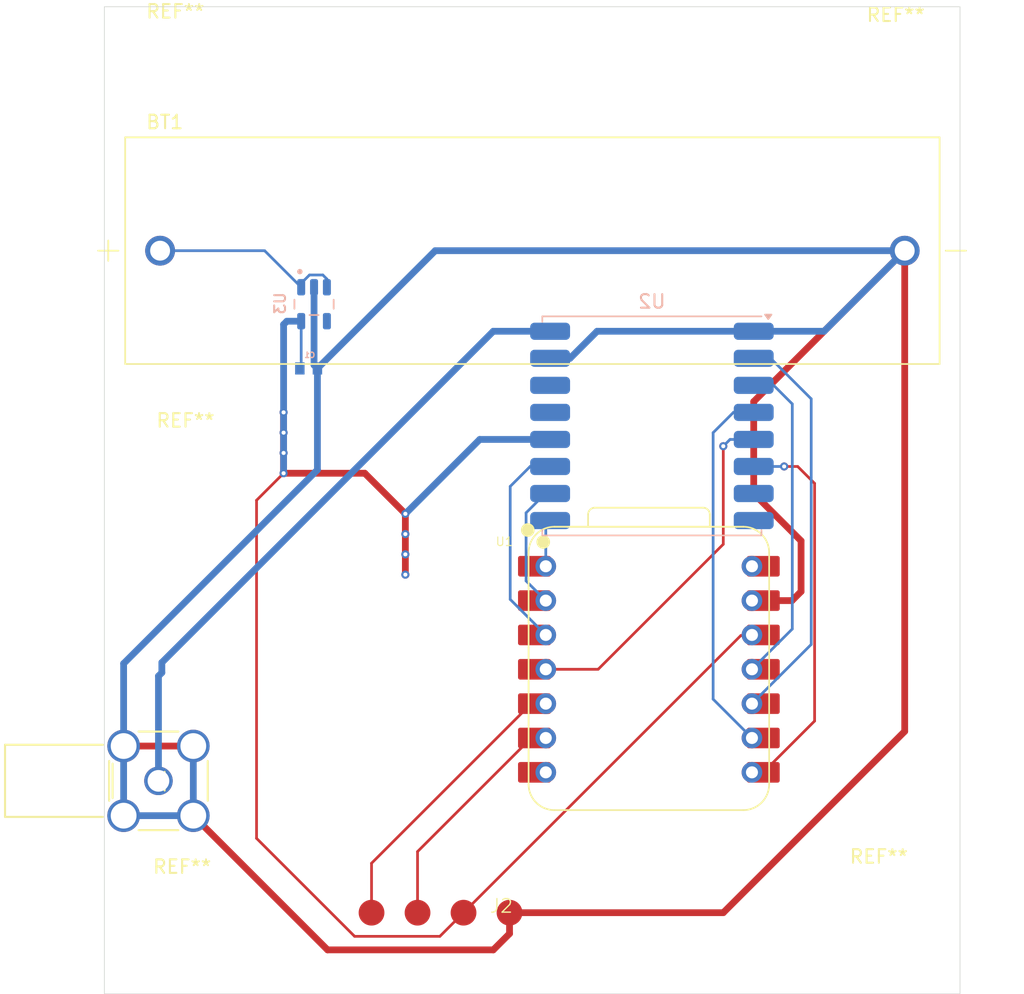
<source format=kicad_pcb>
(kicad_pcb (version 20241229) (generator "pcbnew") (generator_version "9.0")
  (layers (0 "F.Cu" signal) (2 "B.Cu" signal) (13 "F.Paste" user) (15 "B.Paste" user) (5 "F.SilkS" user "F.Silkscreen") (7 "B.SilkS" user "B.Silkscreen") (1 "F.Mask" user) (3 "B.Mask" user) (25 "Edge.Cuts" user))
  (net 0 "")
  (net 1 "GND")
  (net 2 "+3.3V")
  (net 3 "/ANT")
  (net 4 "/SCL")
  (net 5 "/SDA")
  (net 6 "/MOSI")
  (net 7 "/NSS")
  (net 9 "/DIO1")
  (net 10 "/DIO2")
  (net 11 "/SCK")
  (net 12 "/DIO0")
  (net 13 "/RESET")
  (net 14 "/MISO")
  (net 18 "/batt+")
  (footprint "4x4testpads:pads" (layer "F.Cu") (at 142.35 128.75)
    (property "Reference" "J2" (at 0 -0.5 0) (layer "F.SilkS") (effects (font (thickness 0.1))))
    (property "Value" "Conn_01x04_Pin")
    (pad "1" smd circle (at -9.6 0) (size 1.905 1.905) (layers "F.Cu" "F.Mask" "F.Paste") (net 5 "/SDA"))
    (pad "2" smd circle (at -6.2 0) (size 1.905 1.905) (layers "F.Cu" "F.Mask" "F.Paste") (net 4 "/SCL"))
    (pad "3" smd circle (at -2.8 0) (size 1.905 1.905) (layers "F.Cu" "F.Mask" "F.Paste") (net 2 "+3.3V"))
    (pad "4" smd circle (at 0.6 0) (size 1.905 1.905) (layers "F.Cu" "F.Mask" "F.Paste") (net 1 "GND"))
  )
  (footprint "MountingHole:MountingHole_3.2mm_M3" (layer "F.Cu") (at 119 96.5)
    (property "Reference" "REF**" (at 0 -4.15 0) (layer "F.SilkS"))
    (property "Value" "MountingHole_3.2mm_M3")
    (pad "" np_thru_hole circle (at 0 0) (size 3.2 3.2) (drill 3.2) (layers "*.Cu" "*.Mask"))
  )
  (footprint "MountingHole:MountingHole_3.2mm_M3" (layer "F.Cu") (at 118.75 129.5)
    (property "Reference" "REF**" (at 0 -4.15 0) (layer "F.SilkS"))
    (property "Value" "MountingHole_3.2mm_M3")
    (pad "" np_thru_hole circle (at 0 0) (size 3.2 3.2) (drill 3.2) (layers "*.Cu" "*.Mask"))
  )
  (footprint "MountingHole:MountingHole_3.2mm_M3" (layer "F.Cu") (at 171.5 66.5)
    (property "Reference" "REF**" (at 0 -4.15 0) (layer "F.SilkS"))
    (property "Value" "MountingHole_3.2mm_M3")
    (pad "" np_thru_hole circle (at 0 0) (size 3.2 3.2) (drill 3.2) (layers "*.Cu" "*.Mask"))
  )
  (footprint "MountingHole:MountingHole_3.2mm_M3" (layer "F.Cu") (at 170.25 128.75)
    (property "Reference" "REF**" (at 0 -4.15 0) (layer "F.SilkS"))
    (property "Value" "MountingHole_3.2mm_M3")
    (pad "" np_thru_hole circle (at 0 0) (size 3.2 3.2) (drill 3.2) (layers "*.Cu" "*.Mask"))
  )
  (footprint "radiocoiaxail:CONN_PCB.SMAFRA_TAL" (layer "F.Cu") (at 117 119 90)
    (property "Reference" "J1" (at 0 0 90) (layer "F.SilkS"))
    (property "Value" "Conn_Coaxial")
    (fp_line (start 2.667 -11.3411) (end -2.667 -11.3411) (stroke (width 0.1524)) (layer "F.SilkS"))
    (fp_line (start -2.667 -11.3411) (end -2.667 -4.11154) (stroke (width 0.1524)) (layer "F.SilkS"))
    (fp_line (start 2.667 -4.11154) (end 2.667 -11.3411) (stroke (width 0.1524)) (layer "F.SilkS"))
    (fp_line (start 1.468345 -3.6449) (end -1.468345 -3.6449) (stroke (width 0.1524)) (layer "F.SilkS"))
    (fp_line (start -1.26976 -3.3909) (end 1.26976 -3.3909) (stroke (width 0.1524)) (layer "F.SilkS"))
    (fp_line (start -3.6449 -1.468447) (end -3.6449 1.468447) (stroke (width 0.1524)) (layer "F.SilkS"))
    (fp_line (start 3.6449 1.468447) (end 3.6449 -1.468447) (stroke (width 0.1524)) (layer "F.SilkS"))
    (fp_line (start -1.468345 3.6449) (end 1.468345 3.6449) (stroke (width 0.1524)) (layer "F.SilkS"))
    (pad "1" thru_hole circle (at 0 0 90) (size 2.1082 2.1082) (drill 1.6002) (layers "*.Cu" "*.Mask") (net 3 "/ANT"))
    (pad "2" thru_hole circle (at -2.575 -2.575052 90) (size 2.413 2.413) (drill 1.905) (layers "*.Cu" "*.Mask") (net 1 "GND"))
    (pad "2" thru_hole circle (at -2.575 2.575052 90) (size 2.413 2.413) (drill 1.905) (layers "*.Cu" "*.Mask") (net 1 "GND"))
    (pad "2" thru_hole circle (at 2.575 -2.575052 90) (size 2.413 2.413) (drill 1.905) (layers "*.Cu" "*.Mask") (net 1 "GND"))
    (pad "2" thru_hole circle (at 2.575 2.575052 90) (size 2.413 2.413) (drill 1.905) (layers "*.Cu" "*.Mask") (net 1 "GND"))
  )
  (footprint "BA1AAPC:BAT_BA1AAPC" (layer "F.Cu") (at 144.641 79.7911)
    (property "Reference" "BT1" (at -27.175 -9.51 0) (layer "F.SilkS"))
    (property "Value" "Battery")
    (fp_line (start -32.1 0) (end -30.6 0) (stroke (width 0.127)) (layer "F.SilkS"))
    (fp_line (start -31.35 0.75) (end -31.35 -0.75) (stroke (width 0.127)) (layer "F.SilkS"))
    (fp_line (start -30.1 -8.38) (end 30.1 -8.38) (stroke (width 0.127)) (layer "F.SilkS"))
    (fp_line (start -30.1 8.38) (end -30.1 -8.38) (stroke (width 0.127)) (layer "F.SilkS"))
    (fp_line (start 30.1 -8.38) (end 30.1 8.38) (stroke (width 0.127)) (layer "F.SilkS"))
    (fp_line (start 30.1 8.38) (end -30.1 8.38) (stroke (width 0.127)) (layer "F.SilkS"))
    (fp_line (start 30.55 0) (end 32.05 0) (stroke (width 0.127)) (layer "F.SilkS"))
    (pad "" np_thru_hole circle (at -28.05 -6.35) (size 1.27 1.27) (drill 1.27) (layers "*.Cu" "*.Mask"))
    (pad "1" thru_hole circle (at -27.52 0) (size 2.205 2.205) (drill 1.47) (layers "*.Cu" "*.Mask") (net 18 "/batt+"))
    (pad "2" thru_hole circle (at 27.52 0) (size 2.205 2.205) (drill 1.47) (layers "*.Cu" "*.Mask") (net 1 "GND"))
  )
  (footprint "xiao:XIAO-RP2040-DIP" (layer "F.Cu") (at 153.25 110.75)
    (property "Reference" "U1" (at -10.685363 -9.442428 0) (layer "F.SilkS") (effects (font (size 0.635 0.635) (thickness 0.079375))))
    (property "Value" "XIAO-RP2040-DIP")
    (fp_line (start -8.89 8.509) (end -8.89 -8.636) (stroke (width 0.127)) (layer "F.SilkS"))
    (fp_line (start -6.985 10.414) (end 6.985 10.414) (stroke (width 0.127)) (layer "F.SilkS"))
    (fp_line (start -4.495 -10.541) (end -4.491272 -11.451272) (stroke (width 0.127)) (layer "F.SilkS"))
    (fp_line (start -3.991272 -11.951) (end 4.004 -11.951) (stroke (width 0.127)) (layer "F.SilkS"))
    (fp_line (start 4.504 -11.451) (end 4.504 -10.541) (stroke (width 0.127)) (layer "F.SilkS"))
    (fp_line (start 6.985 -10.541) (end -6.985 -10.541) (stroke (width 0.1)) (layer "F.SilkS"))
    (fp_line (start 6.985 -10.541) (end -6.985 -10.541) (stroke (width 0.127)) (layer "F.SilkS"))
    (fp_line (start 8.89 8.509) (end 8.89 -8.636) (stroke (width 0.127)) (layer "F.SilkS"))
    (fp_arc (start -8.89 -8.636) (mid -8.332038 -9.983038) (end -6.985 -10.541) (stroke (width 0.127)) (layer "F.SilkS"))
    (fp_arc (start -6.985 10.414) (mid -8.332038 9.856038) (end -8.89 8.509) (stroke (width 0.127)) (layer "F.SilkS"))
    (fp_arc (start -4.491272 -11.451272) (mid -4.344728 -11.80464) (end -3.991272 -11.951) (stroke (width 0.127)) (layer "F.SilkS"))
    (fp_arc (start 4.004 -11.951) (mid 4.357553 -11.804553) (end 4.504 -11.451) (stroke (width 0.127)) (layer "F.SilkS"))
    (fp_arc (start 6.985 -10.541) (mid 8.332038 -9.983038) (end 8.89 -8.636) (stroke (width 0.127)) (layer "F.SilkS"))
    (fp_arc (start 8.89 8.509) (mid 8.332038 9.856038) (end 6.985 10.414) (stroke (width 0.127)) (layer "F.SilkS"))
    (fp_circle (center -8.95 -10.3) (end -8.95 -10.554) (stroke (width 0.5)) (fill yes) (layer "F.SilkS"))
    (fp_circle (center -7.807 -9.42) (end -7.807 -9.674) (stroke (width 0.5)) (fill yes) (layer "F.SilkS"))
    (pad "1" smd roundrect (at -8.455 -7.62 180) (size 2.432 1.524) (layers "F.Cu" "F.Mask") (roundrect_rratio 0.1) (net 10 "/DIO2"))
    (pad "1" thru_hole circle (at -7.62 -7.62 180) (size 1.524 1.524) (drill 0.889) (layers "*.Cu" "*.Mask") (net 10 "/DIO2"))
    (pad "2" smd roundrect (at -8.455 -5.08 180) (size 2.432 1.524) (layers "F.Cu" "F.Mask") (roundrect_rratio 0.1) (net 9 "/DIO1"))
    (pad "2" thru_hole circle (at -7.62 -5.08 180) (size 1.524 1.524) (drill 0.889) (layers "*.Cu" "*.Mask") (net 9 "/DIO1"))
    (pad "3" smd roundrect (at -8.455 -2.54 180) (size 2.432 1.524) (layers "F.Cu" "F.Mask") (roundrect_rratio 0.1) (net 12 "/DIO0"))
    (pad "3" thru_hole circle (at -7.62 -2.54 180) (size 1.524 1.524) (drill 0.889) (layers "*.Cu" "*.Mask") (net 12 "/DIO0"))
    (pad "4" smd roundrect (at -8.455 0 180) (size 2.432 1.524) (layers "F.Cu" "F.Mask") (roundrect_rratio 0.1) (net 7 "/NSS"))
    (pad "4" thru_hole circle (at -7.62 0 180) (size 1.524 1.524) (drill 0.889) (layers "*.Cu" "*.Mask") (net 7 "/NSS"))
    (pad "5" smd roundrect (at -8.455 2.54 180) (size 2.432 1.524) (layers "F.Cu" "F.Mask") (roundrect_rratio 0.1) (net 5 "/SDA"))
    (pad "5" thru_hole circle (at -7.62 2.54 180) (size 1.524 1.524) (drill 0.889) (layers "*.Cu" "*.Mask") (net 5 "/SDA"))
    (pad "6" smd roundrect (at -8.455 5.08 180) (size 2.432 1.524) (layers "F.Cu" "F.Mask") (roundrect_rratio 0.1) (net 4 "/SCL"))
    (pad "6" thru_hole circle (at -7.62 5.08 180) (size 1.524 1.524) (drill 0.889) (layers "*.Cu" "*.Mask") (net 4 "/SCL"))
    (pad "7" smd roundrect (at -8.455 7.62 180) (size 2.432 1.524) (layers "F.Cu" "F.Mask") (roundrect_rratio 0.1))
    (pad "7" thru_hole circle (at -7.62 7.62 180) (size 1.524 1.524) (drill 0.889) (layers "*.Cu" "*.Mask"))
    (pad "8" thru_hole circle (at 7.62 7.62) (size 1.524 1.524) (drill 0.889) (layers "*.Cu" "*.Mask") (net 13 "/RESET"))
    (pad "8" smd roundrect (at 8.455 7.62) (size 2.432 1.524) (layers "F.Cu" "F.Mask") (roundrect_rratio 0.1) (net 13 "/RESET"))
    (pad "9" thru_hole circle (at 7.62 5.08) (size 1.524 1.524) (drill 0.889) (layers "*.Cu" "*.Mask") (net 11 "/SCK"))
    (pad "9" smd roundrect (at 8.455 5.08) (size 2.432 1.524) (layers "F.Cu" "F.Mask") (roundrect_rratio 0.1) (net 11 "/SCK"))
    (pad "10" thru_hole circle (at 7.62 2.54) (size 1.524 1.524) (drill 0.889) (layers "*.Cu" "*.Mask") (net 14 "/MISO"))
    (pad "10" smd roundrect (at 8.455 2.54) (size 2.432 1.524) (layers "F.Cu" "F.Mask") (roundrect_rratio 0.1) (net 14 "/MISO"))
    (pad "11" thru_hole circle (at 7.62 0) (size 1.524 1.524) (drill 0.889) (layers "*.Cu" "*.Mask") (net 6 "/MOSI"))
    (pad "11" smd roundrect (at 8.455 0) (size 2.432 1.524) (layers "F.Cu" "F.Mask") (roundrect_rratio 0.1) (net 6 "/MOSI"))
    (pad "12" thru_hole circle (at 7.62 -2.54) (size 1.524 1.524) (drill 0.889) (layers "*.Cu" "*.Mask") (net 2 "+3.3V"))
    (pad "12" smd roundrect (at 8.455 -2.54) (size 2.432 1.524) (layers "F.Cu" "F.Mask") (roundrect_rratio 0.1) (net 2 "+3.3V"))
    (pad "13" thru_hole circle (at 7.62 -5.08) (size 1.524 1.524) (drill 0.889) (layers "*.Cu" "*.Mask") (net 1 "GND"))
    (pad "13" smd roundrect (at 8.455 -5.08) (size 2.432 1.524) (layers "F.Cu" "F.Mask") (roundrect_rratio 0.1) (net 1 "GND"))
    (pad "14" thru_hole circle (at 7.62 -7.62) (size 1.524 1.524) (drill 0.889) (layers "*.Cu" "*.Mask"))
    (pad "14" smd roundrect (at 8.455 -7.62) (size 2.432 1.524) (layers "F.Cu" "F.Mask") (roundrect_rratio 0.1))
  )
  (footprint "MountingHole:MountingHole_3.2mm_M3" (layer "F.Cu") (at 118.25 66.25)
    (property "Reference" "REF**" (at 0 -4.15 0) (layer "F.SilkS"))
    (property "Value" "MountingHole_3.2mm_M3")
    (pad "" np_thru_hole circle (at 0 0) (size 3.2 3.2) (drill 3.2) (layers "*.Cu" "*.Mask"))
  )
  (footprint "CC0402KRX5R5BB105 (2):CAPC1005X60" (layer "B.Cu") (at 128.1 88.5 180)
    (property "Reference" "C1" (at -0.085083 0.986007 0) (layer "B.SilkS") (effects (font (size 0.394103 0.394103)) (justify mirror)))
    (property "Value" "1UF")
    (pad "1" smd rect (at -0.65 0 180) (size 0.7 0.9) (layers "B.Cu" "B.Mask" "B.Paste") (net 1 "GND"))
    (pad "2" smd rect (at 0.65 0 180) (size 0.7 0.9) (layers "B.Cu" "B.Mask" "B.Paste") (net 2 "+3.3V"))
  )
  (footprint "TLV73333PDBVR:SOT95P280X145-5N" (layer "B.Cu") (at 128.5 83.75 -90)
    (property "Reference" "U3" (at -0.06 2.508 90) (layer "B.SilkS") (effects (font (size 0.8 0.8)) (justify mirror)))
    (property "Value" "TLV73333PDBVR")
    (fp_line (start -0.33 1.45) (end 0.33 1.45) (stroke (width 0.127)) (layer "B.SilkS"))
    (fp_line (start 0.8 0.335) (end 0.8 -0.335) (stroke (width 0.127)) (layer "B.SilkS"))
    (fp_line (start 0.33 -1.45) (end -0.33 -1.45) (stroke (width 0.127)) (layer "B.SilkS"))
    (fp_circle (center -2.41 1.05) (end -2.31 1.05) (stroke (width 0.2)) (fill no) (layer "B.SilkS"))
    (pad "1" smd roundrect (at -1.255 0.95 270) (size 1.21 0.59) (layers "B.Cu" "B.Mask" "B.Paste") (net 18 "/batt+"))
    (pad "2" smd roundrect (at -1.255 0 270) (size 1.21 0.59) (layers "B.Cu" "B.Mask" "B.Paste") (net 1 "GND"))
    (pad "3" smd roundrect (at -1.255 -0.95 270) (size 1.21 0.59) (layers "B.Cu" "B.Mask" "B.Paste") (net 18 "/batt+"))
    (pad "4" smd roundrect (at 1.255 -0.95 270) (size 1.21 0.59) (layers "B.Cu" "B.Mask" "B.Paste"))
    (pad "5" smd roundrect (at 1.255 0.95 270) (size 1.21 0.59) (layers "B.Cu" "B.Mask" "B.Paste") (net 2 "+3.3V"))
  )
  (footprint "RF_Module:HOPERF_RFM9XW_SMD" (layer "B.Cu") (at 153.475 92.75 180)
    (property "Reference" "U2" (at 0 9.2 0) (layer "B.SilkS") (effects (justify mirror)))
    (property "Value" "RFM9X")
    (fp_line (start 8.1 8.1) (end 8.1 7.7) (stroke (width 0.12)) (layer "B.SilkS"))
    (fp_line (start 8.1 -8.1) (end 8.1 -7.7) (stroke (width 0.12)) (layer "B.SilkS"))
    (fp_line (start -8.1 8.1) (end 8.1 8.1) (stroke (width 0.12)) (layer "B.SilkS"))
    (fp_line (start -8.1 -7.7) (end -8.1 -8.1) (stroke (width 0.12)) (layer "B.SilkS"))
    (fp_line (start -8.1 -8.1) (end 8.1 -8.1) (stroke (width 0.12)) (layer "B.SilkS"))
    (fp_poly (pts (xy -8.6 7.9) (xy -8.84 8.236) (xy -8.36 8.236) (xy -8.6 7.9)) (stroke (width 0.12)) (fill yes) (layer "B.SilkS"))
    (pad "1" smd roundrect (at -7.525 7 180) (size 2.95 1.27) (layers "B.Cu" "B.Mask" "B.Paste") (net 1 "GND"))
    (pad "2" smd roundrect (at -7.525 5 180) (size 2.95 1.27) (layers "B.Cu" "B.Mask" "B.Paste") (net 14 "/MISO"))
    (pad "3" smd roundrect (at -7.525 3 180) (size 2.95 1.27) (layers "B.Cu" "B.Mask" "B.Paste") (net 6 "/MOSI"))
    (pad "4" smd roundrect (at -7.525 1 180) (size 2.95 1.27) (layers "B.Cu" "B.Mask" "B.Paste") (net 11 "/SCK"))
    (pad "5" smd roundrect (at -7.525 -1 180) (size 2.95 1.27) (layers "B.Cu" "B.Mask" "B.Paste") (net 7 "/NSS"))
    (pad "6" smd roundrect (at -7.525 -3 180) (size 2.95 1.27) (layers "B.Cu" "B.Mask" "B.Paste") (net 13 "/RESET"))
    (pad "7" smd roundrect (at -7.525 -5 180) (size 2.95 1.27) (layers "B.Cu" "B.Mask" "B.Paste"))
    (pad "8" smd roundrect (at -7.525 -7 180) (size 2.95 1.27) (layers "B.Cu" "B.Mask" "B.Paste") (net 1 "GND"))
    (pad "9" smd roundrect (at 7.525 -7 180) (size 2.95 1.27) (layers "B.Cu" "B.Mask" "B.Paste") (net 10 "/DIO2"))
    (pad "10" smd roundrect (at 7.525 -5 180) (size 2.95 1.27) (layers "B.Cu" "B.Mask" "B.Paste") (net 9 "/DIO1"))
    (pad "11" smd roundrect (at 7.525 -3 180) (size 2.95 1.27) (layers "B.Cu" "B.Mask" "B.Paste") (net 12 "/DIO0"))
    (pad "12" smd roundrect (at 7.525 -1 180) (size 2.95 1.27) (layers "B.Cu" "B.Mask" "B.Paste") (net 2 "+3.3V"))
    (pad "13" smd roundrect (at 7.525 1 180) (size 2.95 1.27) (layers "B.Cu" "B.Mask" "B.Paste"))
    (pad "14" smd roundrect (at 7.525 3 180) (size 2.95 1.27) (layers "B.Cu" "B.Mask" "B.Paste"))
    (pad "15" smd roundrect (at 7.525 5 180) (size 2.95 1.27) (layers "B.Cu" "B.Mask" "B.Paste") (net 1 "GND"))
    (pad "16" smd roundrect (at 7.525 7 180) (size 2.95 1.27) (layers "B.Cu" "B.Mask" "B.Paste") (net 3 "/ANT"))
  )
  (gr_rect (start 113 61.75) (end 176.25 134.75) (stroke (width 0.05)) (fill no) (layer "Edge.Cuts"))
  (segment (start 160.87 105.67) (end 163.83 105.67) (width 0.5) (layer "F.Cu") (net 1))
  (segment (start 161 90.9521) (end 172.161 79.7911) (width 0.5) (layer "F.Cu") (net 1))
  (segment (start 163.83 105.67) (end 164.5 105) (width 0.5) (layer "F.Cu") (net 1))
  (segment (start 164.5 105) (end 164.5 101.25) (width 0.5) (layer "F.Cu") (net 1))
  (segment (start 158.75 128.75) (end 172.161 115.339) (width 0.5) (layer "F.Cu") (net 1))
  (segment (start 129.500052 131.5) (end 119.575052 121.575) (width 0.5) (layer "F.Cu") (net 1))
  (segment (start 161 97.75) (end 161 90.9521) (width 0.5) (layer "F.Cu") (net 1))
  (segment (start 142.95 130.3) (end 141.75 131.5) (width 0.5) (layer "F.Cu") (net 1))
  (segment (start 164.5 101.25) (end 161 97.75) (width 0.5) (layer "F.Cu") (net 1))
  (segment (start 172.161 115.339) (end 172.161 79.7911) (width 0.5) (layer "F.Cu") (net 1))
  (segment (start 142.95 128.75) (end 142.95 130.3) (width 0.5) (layer "F.Cu") (net 1))
  (segment (start 119.575052 116.425) (end 114.424948 116.425) (width 0.5) (layer "F.Cu") (net 1))
  (segment (start 142.95 128.75) (end 158.75 128.75) (width 0.5) (layer "F.Cu") (net 1))
  (segment (start 141.75 131.5) (end 129.500052 131.5) (width 0.5) (layer "F.Cu") (net 1))
  (segment (start 114.424948 116.425) (end 114.424948 121.575) (width 0.5) (layer "B.Cu") (net 1))
  (segment (start 114.424948 110.325052) (end 128.75 96) (width 0.5) (layer "B.Cu") (net 1))
  (segment (start 161 85.75) (end 166.2021 85.75) (width 0.5) (layer "B.Cu") (net 1))
  (segment (start 149.425 85.75) (end 161 85.75) (width 0.5) (layer "B.Cu") (net 1))
  (segment (start 137.4589 79.7911) (end 172.161 79.7911) (width 0.5) (layer "B.Cu") (net 1))
  (segment (start 114.424948 121.575) (end 119.575052 121.575) (width 0.5) (layer "B.Cu") (net 1))
  (segment (start 128.75 96) (end 128.75 88.5) (width 0.5) (layer "B.Cu") (net 1))
  (segment (start 166.2021 85.75) (end 172.161 79.7911) (width 0.5) (layer "B.Cu") (net 1))
  (segment (start 145.95 87.75) (end 147.425 87.75) (width 0.5) (layer "B.Cu") (net 1))
  (segment (start 128.5 88.25) (end 128.75 88.5) (width 0.5) (layer "B.Cu") (net 1))
  (segment (start 128.5 82.495) (end 128.5 88.25) (width 0.5) (layer "B.Cu") (net 1))
  (segment (start 119.575052 121.575) (end 119.575052 116.425) (width 0.5) (layer "B.Cu") (net 1))
  (segment (start 128.75 88.5) (end 137.4589 79.7911) (width 0.5) (layer "B.Cu") (net 1))
  (segment (start 114.424948 116.425) (end 114.424948 110.325052) (width 0.5) (layer "B.Cu") (net 1))
  (segment (start 147.425 87.75) (end 149.425 85.75) (width 0.5) (layer "B.Cu") (net 1))
  (segment (start 160.87 108.21) (end 160.83 108.25) (width 0.2) (layer "F.Cu") (net 2))
  (segment (start 160.05 108.25) (end 139.55 128.75) (width 0.2) (layer "F.Cu") (net 2))
  (segment (start 139.55 128.75) (end 137.8 130.5) (width 0.2) (layer "F.Cu") (net 2))
  (segment (start 126.25 91.75) (end 126.25 96.25) (width 0.5) (layer "F.Cu") (net 2))
  (segment (start 160.83 108.25) (end 160.05 108.25) (width 0.2) (layer "F.Cu") (net 2))
  (segment (start 124.25 98.25) (end 126.25 96.25) (width 0.2) (layer "F.Cu") (net 2))
  (segment (start 124.25 123.25) (end 124.25 98.25) (width 0.2) (layer "F.Cu") (net 2))
  (segment (start 137.8 130.5) (end 131.5 130.5) (width 0.2) (layer "F.Cu") (net 2))
  (segment (start 132.25 96.25) (end 135.25 99.25) (width 0.5) (layer "F.Cu") (net 2))
  (segment (start 135.25 103.75) (end 135.25 99.25) (width 0.5) (layer "F.Cu") (net 2))
  (segment (start 126.25 96.25) (end 132.25 96.25) (width 0.5) (layer "F.Cu") (net 2))
  (segment (start 131.5 130.5) (end 124.25 123.25) (width 0.2) (layer "F.Cu") (net 2))
  (via (at 135.25 102.25) (size 0.6) (drill 0.3) (layers "F.Cu" "B.Cu") (net 2))
  (via (at 135.25 99.25) (size 0.6) (drill 0.3) (layers "F.Cu" "B.Cu") (net 2))
  (via (at 126.25 94.75) (size 0.6) (drill 0.3) (layers "F.Cu" "B.Cu") (net 2))
  (via (at 126.25 93.25) (size 0.6) (drill 0.3) (layers "F.Cu" "B.Cu") (net 2))
  (via (at 126.25 91.75) (size 0.6) (drill 0.3) (layers "F.Cu" "B.Cu") (net 2))
  (via (at 135.25 103.75) (size 0.6) (drill 0.3) (layers "F.Cu" "B.Cu") (net 2))
  (via (at 126.25 96.25) (size 0.6) (drill 0.3) (layers "F.Cu" "B.Cu") (net 2))
  (via (at 135.25 100.75) (size 0.6) (drill 0.3) (layers "F.Cu" "B.Cu") (net 2))
  (segment (start 140.75 93.75) (end 135.25 99.25) (width 0.5) (layer "B.Cu") (net 2))
  (segment (start 127.55 88.4) (end 127.45 88.5) (width 0.2) (layer "B.Cu") (net 2))
  (segment (start 127.55 85.005) (end 127.55 88.4) (width 0.2) (layer "B.Cu") (net 2))
  (segment (start 127.55 85.005) (end 126.495 85.005) (width 0.5) (layer "B.Cu") (net 2))
  (segment (start 126.25 85.25) (end 126.25 96.25) (width 0.5) (layer "B.Cu") (net 2))
  (segment (start 126.495 85.005) (end 126.25 85.25) (width 0.5) (layer "B.Cu") (net 2))
  (segment (start 145.95 93.75) (end 140.75 93.75) (width 0.5) (layer "B.Cu") (net 2))
  (segment (start 117 111.25) (end 117 119) (width 0.5) (layer "B.Cu") (net 3))
  (segment (start 117.25 110.25) (end 117.25 111) (width 0.5) (layer "B.Cu") (net 3))
  (segment (start 145.95 85.75) (end 141.75 85.75) (width 0.5) (layer "B.Cu") (net 3))
  (segment (start 141.75 85.75) (end 117.25 110.25) (width 0.5) (layer "B.Cu") (net 3))
  (segment (start 117.25 111) (end 117 111.25) (width 0.5) (layer "B.Cu") (net 3))
  (segment (start 144.55237 115.83) (end 145.63 115.83) (width 0.2) (layer "F.Cu") (net 4))
  (segment (start 136.15 124.23237) (end 144.55237 115.83) (width 0.2) (layer "F.Cu") (net 4))
  (segment (start 136.15 128.75) (end 136.15 124.23237) (width 0.2) (layer "F.Cu") (net 4))
  (segment (start 132.75 125.09237) (end 132.75 128.75) (width 0.2) (layer "F.Cu") (net 5))
  (segment (start 144.55237 113.29) (end 132.75 125.09237) (width 0.2) (layer "F.Cu") (net 5))
  (segment (start 145.63 113.29) (end 144.55237 113.29) (width 0.2) (layer "F.Cu") (net 5))
  (segment (start 163.851 91.126) (end 163.851 107.769) (width 0.2) (layer "B.Cu") (net 6))
  (segment (start 161 89.75) (end 162.475 89.75) (width 0.2) (layer "B.Cu") (net 6))
  (segment (start 162.475 89.75) (end 163.851 91.126) (width 0.2) (layer "B.Cu") (net 6))
  (segment (start 163.851 107.769) (end 160.87 110.75) (width 0.2) (layer "B.Cu") (net 6))
  (segment (start 149.5 110.75) (end 158.75 101.5) (width 0.2) (layer "F.Cu") (net 7))
  (segment (start 158.75 101.5) (end 158.75 94.25) (width 0.2) (layer "F.Cu") (net 7))
  (segment (start 145.63 110.75) (end 149.5 110.75) (width 0.2) (layer "F.Cu") (net 7))
  (via (at 158.75 94.25) (size 0.6) (drill 0.3) (layers "F.Cu" "B.Cu") (net 7))
  (segment (start 159.25 93.75) (end 161 93.75) (width 0.2) (layer "B.Cu") (net 7))
  (segment (start 158.75 94.25) (end 159.25 93.75) (width 0.2) (layer "B.Cu") (net 7))
  (segment (start 144.174 99.176308) (end 145.600308 97.75) (width 0.2) (layer "B.Cu") (net 9))
  (segment (start 145.63 105.67) (end 144.174 104.214) (width 0.2) (layer "B.Cu") (net 9))
  (segment (start 145.600308 97.75) (end 145.95 97.75) (width 0.2) (layer "B.Cu") (net 9))
  (segment (start 144.174 104.214) (end 144.174 99.176308) (width 0.2) (layer "B.Cu") (net 9))
  (segment (start 145.63 103.13) (end 145.63 100.07) (width 0.2) (layer "B.Cu") (net 10))
  (segment (start 145.63 100.07) (end 145.95 99.75) (width 0.2) (layer "B.Cu") (net 10))
  (segment (start 160.87 115.83) (end 158 112.96) (width 0.2) (layer "B.Cu") (net 11))
  (segment (start 158 112.96) (end 158 93.25) (width 0.2) (layer "B.Cu") (net 11))
  (segment (start 159.5 91.75) (end 161 91.75) (width 0.2) (layer "B.Cu") (net 11))
  (segment (start 158 93.25) (end 159.5 91.75) (width 0.2) (layer "B.Cu") (net 11))
  (segment (start 144.475 95.75) (end 145.95 95.75) (width 0.2) (layer "B.Cu") (net 12))
  (segment (start 145.63 108.21) (end 143 105.58) (width 0.2) (layer "B.Cu") (net 12))
  (segment (start 143 105.58) (end 143 97.225) (width 0.2) (layer "B.Cu") (net 12))
  (segment (start 143 97.225) (end 144.475 95.75) (width 0.2) (layer "B.Cu") (net 12))
  (segment (start 163.25 95.75) (end 164.25 95.75) (width 0.2) (layer "F.Cu") (net 13))
  (segment (start 165.5 97) (end 165.5 114.575) (width 0.2) (layer "F.Cu") (net 13))
  (segment (start 164.25 95.75) (end 165.5 97) (width 0.2) (layer "F.Cu") (net 13))
  (segment (start 165.5 114.575) (end 161.705 118.37) (width 0.2) (layer "F.Cu") (net 13))
  (via (at 163.25 95.75) (size 0.6) (drill 0.3) (layers "F.Cu" "B.Cu") (net 13))
  (segment (start 163.25 95.75) (end 161 95.75) (width 0.2) (layer "B.Cu") (net 13))
  (segment (start 165.25 90.75) (end 162.25 87.75) (width 0.2) (layer "B.Cu") (net 14))
  (segment (start 165.25 108.91) (end 165.25 90.75) (width 0.2) (layer "B.Cu") (net 14))
  (segment (start 160.87 113.29) (end 165.25 108.91) (width 0.2) (layer "B.Cu") (net 14))
  (segment (start 162.25 87.75) (end 161 87.75) (width 0.2) (layer "B.Cu") (net 14))
  (segment (start 117.121 79.7911) (end 124.8461 79.7911) (width 0.2) (layer "B.Cu") (net 18))
  (segment (start 129.148999 81.589) (end 129.45 81.890001) (width 0.2) (layer "B.Cu") (net 18))
  (segment (start 128.162638 81.589) (end 129.148999 81.589) (width 0.2) (layer "B.Cu") (net 18))
  (segment (start 127.55 82.495) (end 127.55 82.201638) (width 0.2) (layer "B.Cu") (net 18))
  (segment (start 127.55 82.201638) (end 128.162638 81.589) (width 0.2) (layer "B.Cu") (net 18))
  (segment (start 129.45 81.890001) (end 129.45 82.495) (width 0.2) (layer "B.Cu") (net 18))
  (segment (start 124.8461 79.7911) (end 127.55 82.495) (width 0.2) (layer "B.Cu") (net 18))
)
</source>
